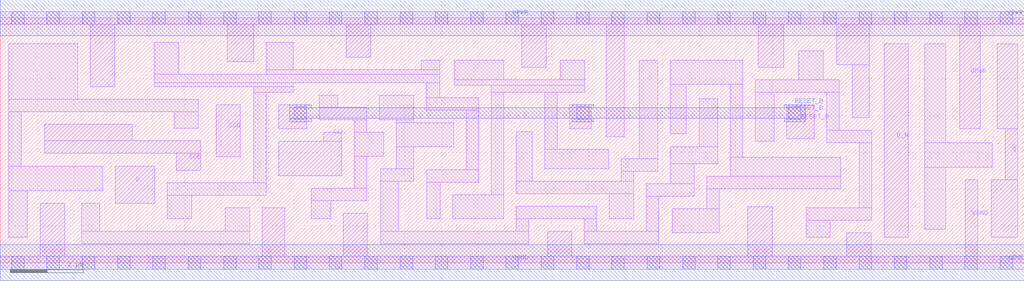
<source format=lef>
# Copyright 2020 The SkyWater PDK Authors
#
# Licensed under the Apache License, Version 2.0 (the "License");
# you may not use this file except in compliance with the License.
# You may obtain a copy of the License at
#
#     https://www.apache.org/licenses/LICENSE-2.0
#
# Unless required by applicable law or agreed to in writing, software
# distributed under the License is distributed on an "AS IS" BASIS,
# WITHOUT WARRANTIES OR CONDITIONS OF ANY KIND, either express or implied.
# See the License for the specific language governing permissions and
# limitations under the License.
#
# SPDX-License-Identifier: Apache-2.0

VERSION 5.7 ;
  NAMESCASESENSITIVE ON ;
  NOWIREEXTENSIONATPIN ON ;
  DIVIDERCHAR "/" ;
  BUSBITCHARS "[]" ;
UNITS
  DATABASE MICRONS 200 ;
END UNITS
MACRO sky130_fd_sc_ms__sdfrbp_1
  CLASS CORE ;
  SOURCE USER ;
  FOREIGN sky130_fd_sc_ms__sdfrbp_1 ;
  ORIGIN  0.000000  0.000000 ;
  SIZE  13.92000 BY  3.330000 ;
  SYMMETRY X Y R90 ;
  SITE unit ;
  PIN D
    ANTENNAGATEAREA  0.178200 ;
    DIRECTION INPUT ;
    USE SIGNAL ;
    PORT
      LAYER li1 ;
        RECT 1.565000 0.810000 2.100000 1.310000 ;
    END
  END D
  PIN Q
    ANTENNADIFFAREA  0.502100 ;
    DIRECTION OUTPUT ;
    USE SIGNAL ;
    PORT
      LAYER li1 ;
        RECT 13.470000 0.350000 13.835000 1.130000 ;
        RECT 13.555000 1.820000 13.835000 2.980000 ;
        RECT 13.665000 1.130000 13.835000 1.820000 ;
    END
  END Q
  PIN Q_N
    ANTENNADIFFAREA  0.520800 ;
    DIRECTION OUTPUT ;
    USE SIGNAL ;
    PORT
      LAYER li1 ;
        RECT 12.015000 0.350000 12.345000 2.980000 ;
    END
  END Q_N
  PIN RESET_B
    ANTENNAGATEAREA  0.455400 ;
    DIRECTION INPUT ;
    USE SIGNAL ;
    PORT
      LAYER li1 ;
        RECT  3.785000 1.820000  4.165000 2.150000 ;
        RECT  7.745000 1.820000  8.035000 2.150000 ;
        RECT 10.695000 1.685000 11.065000 2.150000 ;
      LAYER mcon ;
        RECT  3.995000 1.950000  4.165000 2.120000 ;
        RECT  7.835000 1.950000  8.005000 2.120000 ;
        RECT 10.715000 1.950000 10.885000 2.120000 ;
      LAYER met1 ;
        RECT  3.935000 1.920000  4.225000 1.965000 ;
        RECT  3.935000 1.965000 10.945000 2.105000 ;
        RECT  3.935000 2.105000  4.225000 2.150000 ;
        RECT  7.775000 1.920000  8.065000 1.965000 ;
        RECT  7.775000 2.105000  8.065000 2.150000 ;
        RECT 10.655000 1.920000 10.945000 1.965000 ;
        RECT 10.655000 2.105000 10.945000 2.150000 ;
    END
  END RESET_B
  PIN SCD
    ANTENNAGATEAREA  0.178200 ;
    DIRECTION INPUT ;
    USE SIGNAL ;
    PORT
      LAYER li1 ;
        RECT 2.935000 1.440000 3.265000 2.150000 ;
    END
  END SCD
  PIN SCE
    ANTENNAGATEAREA  0.356400 ;
    DIRECTION INPUT ;
    USE SIGNAL ;
    PORT
      LAYER li1 ;
        RECT 0.605000 1.490000 2.725000 1.660000 ;
        RECT 0.605000 1.660000 1.795000 1.880000 ;
        RECT 2.395000 1.260000 2.725000 1.490000 ;
    END
  END SCE
  PIN CLK
    ANTENNAGATEAREA  0.312600 ;
    DIRECTION INPUT ;
    USE CLOCK ;
    PORT
      LAYER li1 ;
        RECT 3.785000 1.180000 4.645000 1.650000 ;
        RECT 4.395000 1.650000 4.645000 1.775000 ;
    END
  END CLK
  PIN VGND
    DIRECTION INOUT ;
    USE GROUND ;
    PORT
      LAYER li1 ;
        RECT  0.000000 -0.085000 13.920000 0.085000 ;
        RECT  0.545000  0.085000  0.875000 0.810000 ;
        RECT  3.560000  0.085000  3.865000 0.750000 ;
        RECT  4.660000  0.085000  4.990000 0.670000 ;
        RECT  7.440000  0.085000  7.770000 0.425000 ;
        RECT 10.165000  0.085000 10.495000 0.760000 ;
        RECT 11.510000  0.085000 11.840000 0.410000 ;
        RECT 13.120000  0.085000 13.290000 1.130000 ;
      LAYER mcon ;
        RECT  0.155000 -0.085000  0.325000 0.085000 ;
        RECT  0.635000 -0.085000  0.805000 0.085000 ;
        RECT  1.115000 -0.085000  1.285000 0.085000 ;
        RECT  1.595000 -0.085000  1.765000 0.085000 ;
        RECT  2.075000 -0.085000  2.245000 0.085000 ;
        RECT  2.555000 -0.085000  2.725000 0.085000 ;
        RECT  3.035000 -0.085000  3.205000 0.085000 ;
        RECT  3.515000 -0.085000  3.685000 0.085000 ;
        RECT  3.995000 -0.085000  4.165000 0.085000 ;
        RECT  4.475000 -0.085000  4.645000 0.085000 ;
        RECT  4.955000 -0.085000  5.125000 0.085000 ;
        RECT  5.435000 -0.085000  5.605000 0.085000 ;
        RECT  5.915000 -0.085000  6.085000 0.085000 ;
        RECT  6.395000 -0.085000  6.565000 0.085000 ;
        RECT  6.875000 -0.085000  7.045000 0.085000 ;
        RECT  7.355000 -0.085000  7.525000 0.085000 ;
        RECT  7.835000 -0.085000  8.005000 0.085000 ;
        RECT  8.315000 -0.085000  8.485000 0.085000 ;
        RECT  8.795000 -0.085000  8.965000 0.085000 ;
        RECT  9.275000 -0.085000  9.445000 0.085000 ;
        RECT  9.755000 -0.085000  9.925000 0.085000 ;
        RECT 10.235000 -0.085000 10.405000 0.085000 ;
        RECT 10.715000 -0.085000 10.885000 0.085000 ;
        RECT 11.195000 -0.085000 11.365000 0.085000 ;
        RECT 11.675000 -0.085000 11.845000 0.085000 ;
        RECT 12.155000 -0.085000 12.325000 0.085000 ;
        RECT 12.635000 -0.085000 12.805000 0.085000 ;
        RECT 13.115000 -0.085000 13.285000 0.085000 ;
        RECT 13.595000 -0.085000 13.765000 0.085000 ;
      LAYER met1 ;
        RECT 0.000000 -0.245000 13.920000 0.245000 ;
    END
  END VGND
  PIN VPWR
    DIRECTION INOUT ;
    USE POWER ;
    PORT
      LAYER li1 ;
        RECT  0.000000 3.245000 13.920000 3.415000 ;
        RECT  1.225000 2.390000  1.555000 3.245000 ;
        RECT  3.085000 2.730000  3.445000 3.245000 ;
        RECT  4.705000 2.795000  5.035000 3.245000 ;
        RECT  7.090000 2.660000  7.420000 3.245000 ;
        RECT  8.235000 1.715000  8.485000 3.245000 ;
        RECT 10.305000 2.660000 10.650000 3.245000 ;
        RECT 11.370000 2.695000 11.815000 3.245000 ;
        RECT 11.585000 1.970000 11.815000 2.695000 ;
        RECT 13.045000 1.820000 13.325000 3.245000 ;
      LAYER mcon ;
        RECT  0.155000 3.245000  0.325000 3.415000 ;
        RECT  0.635000 3.245000  0.805000 3.415000 ;
        RECT  1.115000 3.245000  1.285000 3.415000 ;
        RECT  1.595000 3.245000  1.765000 3.415000 ;
        RECT  2.075000 3.245000  2.245000 3.415000 ;
        RECT  2.555000 3.245000  2.725000 3.415000 ;
        RECT  3.035000 3.245000  3.205000 3.415000 ;
        RECT  3.515000 3.245000  3.685000 3.415000 ;
        RECT  3.995000 3.245000  4.165000 3.415000 ;
        RECT  4.475000 3.245000  4.645000 3.415000 ;
        RECT  4.955000 3.245000  5.125000 3.415000 ;
        RECT  5.435000 3.245000  5.605000 3.415000 ;
        RECT  5.915000 3.245000  6.085000 3.415000 ;
        RECT  6.395000 3.245000  6.565000 3.415000 ;
        RECT  6.875000 3.245000  7.045000 3.415000 ;
        RECT  7.355000 3.245000  7.525000 3.415000 ;
        RECT  7.835000 3.245000  8.005000 3.415000 ;
        RECT  8.315000 3.245000  8.485000 3.415000 ;
        RECT  8.795000 3.245000  8.965000 3.415000 ;
        RECT  9.275000 3.245000  9.445000 3.415000 ;
        RECT  9.755000 3.245000  9.925000 3.415000 ;
        RECT 10.235000 3.245000 10.405000 3.415000 ;
        RECT 10.715000 3.245000 10.885000 3.415000 ;
        RECT 11.195000 3.245000 11.365000 3.415000 ;
        RECT 11.675000 3.245000 11.845000 3.415000 ;
        RECT 12.155000 3.245000 12.325000 3.415000 ;
        RECT 12.635000 3.245000 12.805000 3.415000 ;
        RECT 13.115000 3.245000 13.285000 3.415000 ;
        RECT 13.595000 3.245000 13.765000 3.415000 ;
      LAYER met1 ;
        RECT 0.000000 3.085000 13.920000 3.575000 ;
    END
  END VPWR
  OBS
    LAYER li1 ;
      RECT  0.115000 0.350000  0.365000 0.980000 ;
      RECT  0.115000 0.980000  1.395000 1.310000 ;
      RECT  0.115000 1.310000  0.285000 2.050000 ;
      RECT  0.115000 2.050000  2.695000 2.220000 ;
      RECT  0.115000 2.220000  1.055000 2.975000 ;
      RECT  1.105000 0.255000  3.390000 0.425000 ;
      RECT  1.105000 0.425000  1.355000 0.810000 ;
      RECT  2.095000 2.390000  3.985000 2.445000 ;
      RECT  2.095000 2.445000  5.975000 2.560000 ;
      RECT  2.095000 2.560000  2.425000 3.000000 ;
      RECT  2.270000 0.595000  2.600000 0.920000 ;
      RECT  2.270000 0.920000  3.615000 1.090000 ;
      RECT  2.365000 1.830000  2.695000 2.050000 ;
      RECT  3.060000 0.425000  3.390000 0.750000 ;
      RECT  3.445000 1.090000  3.615000 2.320000 ;
      RECT  3.445000 2.320000  3.985000 2.390000 ;
      RECT  3.615000 2.560000  5.975000 2.625000 ;
      RECT  3.615000 2.625000  3.985000 3.000000 ;
      RECT  4.225000 0.595000  4.490000 0.840000 ;
      RECT  4.225000 0.840000  4.985000 1.010000 ;
      RECT  4.335000 1.945000  4.985000 2.115000 ;
      RECT  4.335000 2.115000  4.585000 2.275000 ;
      RECT  4.815000 1.010000  4.985000 1.445000 ;
      RECT  4.815000 1.445000  5.215000 1.775000 ;
      RECT  4.815000 1.775000  4.985000 1.945000 ;
      RECT  5.155000 1.945000  5.620000 2.275000 ;
      RECT  5.170000 0.255000  7.185000 0.425000 ;
      RECT  5.170000 0.425000  5.420000 1.105000 ;
      RECT  5.170000 1.105000  5.620000 1.275000 ;
      RECT  5.385000 1.275000  5.620000 1.575000 ;
      RECT  5.385000 1.575000  6.165000 1.905000 ;
      RECT  5.385000 1.905000  5.620000 1.945000 ;
      RECT  5.725000 2.625000  5.975000 2.755000 ;
      RECT  5.790000 2.075000  6.505000 2.245000 ;
      RECT  5.790000 2.245000  5.975000 2.445000 ;
      RECT  5.800000 0.595000  5.980000 1.095000 ;
      RECT  5.800000 1.095000  6.505000 1.265000 ;
      RECT  6.150000 0.595000  6.845000 0.925000 ;
      RECT  6.175000 2.415000  7.945000 2.490000 ;
      RECT  6.175000 2.490000  6.845000 2.755000 ;
      RECT  6.335000 1.265000  6.505000 2.075000 ;
      RECT  6.675000 0.925000  6.845000 2.320000 ;
      RECT  6.675000 2.320000  7.945000 2.415000 ;
      RECT  7.015000 0.425000  7.185000 0.595000 ;
      RECT  7.015000 0.595000  8.110000 0.765000 ;
      RECT  7.015000 0.935000  8.610000 1.105000 ;
      RECT  7.015000 1.105000  7.235000 1.780000 ;
      RECT  7.405000 1.275000  8.270000 1.545000 ;
      RECT  7.405000 1.545000  7.575000 2.320000 ;
      RECT  7.615000 2.490000  7.945000 2.755000 ;
      RECT  7.940000 0.255000  8.950000 0.425000 ;
      RECT  7.940000 0.425000  8.110000 0.595000 ;
      RECT  8.280000 0.595000  8.610000 0.935000 ;
      RECT  8.440000 1.105000  8.610000 1.245000 ;
      RECT  8.440000 1.245000  8.935000 1.415000 ;
      RECT  8.685000 1.415000  8.935000 2.755000 ;
      RECT  8.780000 0.425000  8.950000 0.905000 ;
      RECT  8.780000 0.905000  9.435000 1.075000 ;
      RECT  9.105000 1.075000  9.435000 1.345000 ;
      RECT  9.105000 1.345000  9.755000 1.575000 ;
      RECT  9.105000 1.755000  9.325000 2.425000 ;
      RECT  9.105000 2.425000 10.095000 2.755000 ;
      RECT  9.135000 0.405000  9.775000 0.735000 ;
      RECT  9.505000 1.575000  9.755000 2.230000 ;
      RECT  9.605000 0.735000  9.775000 1.005000 ;
      RECT  9.605000 1.005000 11.425000 1.175000 ;
      RECT  9.925000 1.175000 11.425000 1.435000 ;
      RECT  9.925000 1.435000 10.095000 2.425000 ;
      RECT 10.265000 1.650000 10.525000 2.320000 ;
      RECT 10.265000 2.320000 11.405000 2.490000 ;
      RECT 10.855000 2.490000 11.185000 2.885000 ;
      RECT 10.955000 0.350000 11.285000 0.580000 ;
      RECT 10.955000 0.580000 11.845000 0.750000 ;
      RECT 11.235000 1.630000 11.845000 1.800000 ;
      RECT 11.235000 1.800000 11.405000 2.320000 ;
      RECT 11.675000 0.750000 11.845000 1.630000 ;
      RECT 12.570000 0.455000 12.855000 1.300000 ;
      RECT 12.570000 1.300000 13.485000 1.630000 ;
      RECT 12.570000 1.630000 12.855000 2.980000 ;
  END
END sky130_fd_sc_ms__sdfrbp_1

</source>
